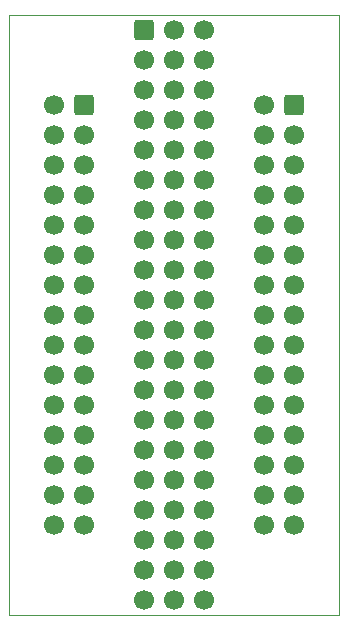
<source format=gbs>
%TF.GenerationSoftware,KiCad,Pcbnew,(6.0.4)*%
%TF.CreationDate,2022-04-05T19:22:05-04:00*%
%TF.ProjectId,paladin_adaptor_2022,70616c61-6469-46e5-9f61-646170746f72,rev?*%
%TF.SameCoordinates,Original*%
%TF.FileFunction,Soldermask,Bot*%
%TF.FilePolarity,Negative*%
%FSLAX46Y46*%
G04 Gerber Fmt 4.6, Leading zero omitted, Abs format (unit mm)*
G04 Created by KiCad (PCBNEW (6.0.4)) date 2022-04-05 19:22:05*
%MOMM*%
%LPD*%
G01*
G04 APERTURE LIST*
G04 Aperture macros list*
%AMRoundRect*
0 Rectangle with rounded corners*
0 $1 Rounding radius*
0 $2 $3 $4 $5 $6 $7 $8 $9 X,Y pos of 4 corners*
0 Add a 4 corners polygon primitive as box body*
4,1,4,$2,$3,$4,$5,$6,$7,$8,$9,$2,$3,0*
0 Add four circle primitives for the rounded corners*
1,1,$1+$1,$2,$3*
1,1,$1+$1,$4,$5*
1,1,$1+$1,$6,$7*
1,1,$1+$1,$8,$9*
0 Add four rect primitives between the rounded corners*
20,1,$1+$1,$2,$3,$4,$5,0*
20,1,$1+$1,$4,$5,$6,$7,0*
20,1,$1+$1,$6,$7,$8,$9,0*
20,1,$1+$1,$8,$9,$2,$3,0*%
G04 Aperture macros list end*
%TA.AperFunction,Profile*%
%ADD10C,0.100000*%
%TD*%
%ADD11RoundRect,0.250000X-0.600000X-0.600000X0.600000X-0.600000X0.600000X0.600000X-0.600000X0.600000X0*%
%ADD12C,1.700000*%
%ADD13RoundRect,0.250000X0.600000X0.600000X-0.600000X0.600000X-0.600000X-0.600000X0.600000X-0.600000X0*%
G04 APERTURE END LIST*
D10*
X96520000Y-101600000D02*
X96520000Y-50800000D01*
X124460000Y-101600000D02*
X96520000Y-101600000D01*
X124460000Y-50800000D02*
X124460000Y-101600000D01*
X96520000Y-50800000D02*
X124460000Y-50800000D01*
D11*
%TO.C,J1*%
X107950000Y-52070000D03*
D12*
X107950000Y-54610000D03*
X107950000Y-57150000D03*
X107950000Y-59690000D03*
X107950000Y-62230000D03*
X107950000Y-64770000D03*
X107950000Y-67310000D03*
X107950000Y-69850000D03*
X107950000Y-72390000D03*
X107950000Y-74930000D03*
X107950000Y-77470000D03*
X107950000Y-80010000D03*
X107950000Y-82550000D03*
X107950000Y-85090000D03*
X107950000Y-87630000D03*
X107950000Y-90170000D03*
X107950000Y-92710000D03*
X107950000Y-95250000D03*
X107950000Y-97790000D03*
X107950000Y-100330000D03*
X110490000Y-52070000D03*
X110490000Y-54610000D03*
X110490000Y-57150000D03*
X110490000Y-59690000D03*
X110490000Y-62230000D03*
X110490000Y-64770000D03*
X110490000Y-67310000D03*
X110490000Y-69850000D03*
X110490000Y-72390000D03*
X110490000Y-74930000D03*
X110490000Y-77470000D03*
X110490000Y-80010000D03*
X110490000Y-82550000D03*
X110490000Y-85090000D03*
X110490000Y-87630000D03*
X110490000Y-90170000D03*
X110490000Y-92710000D03*
X110490000Y-95250000D03*
X110490000Y-97790000D03*
X110490000Y-100330000D03*
X113030000Y-52070000D03*
X113030000Y-54610000D03*
X113030000Y-57150000D03*
X113030000Y-59690000D03*
X113030000Y-62230000D03*
X113030000Y-64770000D03*
X113030000Y-67310000D03*
X113030000Y-69850000D03*
X113030000Y-72390000D03*
X113030000Y-74930000D03*
X113030000Y-77470000D03*
X113030000Y-80010000D03*
X113030000Y-82550000D03*
X113030000Y-85090000D03*
X113030000Y-87630000D03*
X113030000Y-90170000D03*
X113030000Y-92710000D03*
X113030000Y-95250000D03*
X113030000Y-97790000D03*
X113030000Y-100330000D03*
%TD*%
D13*
%TO.C,J3*%
X120650000Y-58420000D03*
D12*
X118110000Y-58420000D03*
X120650000Y-60960000D03*
X118110000Y-60960000D03*
X120650000Y-63500000D03*
X118110000Y-63500000D03*
X120650000Y-66040000D03*
X118110000Y-66040000D03*
X120650000Y-68580000D03*
X118110000Y-68580000D03*
X120650000Y-71120000D03*
X118110000Y-71120000D03*
X120650000Y-73660000D03*
X118110000Y-73660000D03*
X120650000Y-76200000D03*
X118110000Y-76200000D03*
X120650000Y-78740000D03*
X118110000Y-78740000D03*
X120650000Y-81280000D03*
X118110000Y-81280000D03*
X120650000Y-83820000D03*
X118110000Y-83820000D03*
X120650000Y-86360000D03*
X118110000Y-86360000D03*
X120650000Y-88900000D03*
X118110000Y-88900000D03*
X120650000Y-91440000D03*
X118110000Y-91440000D03*
X120650000Y-93980000D03*
X118110000Y-93980000D03*
%TD*%
D13*
%TO.C,J2*%
X102870000Y-58420000D03*
D12*
X100330000Y-58420000D03*
X102870000Y-60960000D03*
X100330000Y-60960000D03*
X102870000Y-63500000D03*
X100330000Y-63500000D03*
X102870000Y-66040000D03*
X100330000Y-66040000D03*
X102870000Y-68580000D03*
X100330000Y-68580000D03*
X102870000Y-71120000D03*
X100330000Y-71120000D03*
X102870000Y-73660000D03*
X100330000Y-73660000D03*
X102870000Y-76200000D03*
X100330000Y-76200000D03*
X102870000Y-78740000D03*
X100330000Y-78740000D03*
X102870000Y-81280000D03*
X100330000Y-81280000D03*
X102870000Y-83820000D03*
X100330000Y-83820000D03*
X102870000Y-86360000D03*
X100330000Y-86360000D03*
X102870000Y-88900000D03*
X100330000Y-88900000D03*
X102870000Y-91440000D03*
X100330000Y-91440000D03*
X102870000Y-93980000D03*
X100330000Y-93980000D03*
%TD*%
M02*

</source>
